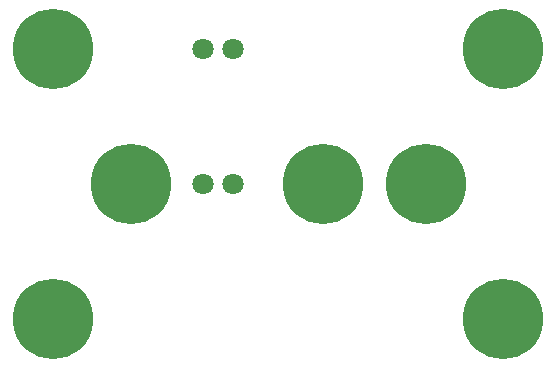
<source format=gbs>
G04 #@! TF.FileFunction,Soldermask,Bot*
%FSLAX46Y46*%
G04 Gerber Fmt 4.6, Leading zero omitted, Abs format (unit mm)*
G04 Created by KiCad (PCBNEW 4.0.4+e1-6308~48~ubuntu15.10.1-stable) date Fri Feb 24 14:21:57 2017*
%MOMM*%
%LPD*%
G01*
G04 APERTURE LIST*
%ADD10C,0.100000*%
%ADD11C,1.800000*%
%ADD12C,6.800000*%
G04 APERTURE END LIST*
D10*
D11*
X112395000Y-92075000D03*
X114935000Y-92075000D03*
X112395000Y-80645000D03*
X114935000Y-80645000D03*
D12*
X99695000Y-80645000D03*
X99695000Y-103505000D03*
X137795000Y-80645000D03*
X137795000Y-103505000D03*
X106245000Y-92075000D03*
X131245000Y-92075000D03*
X122555000Y-92075000D03*
M02*

</source>
